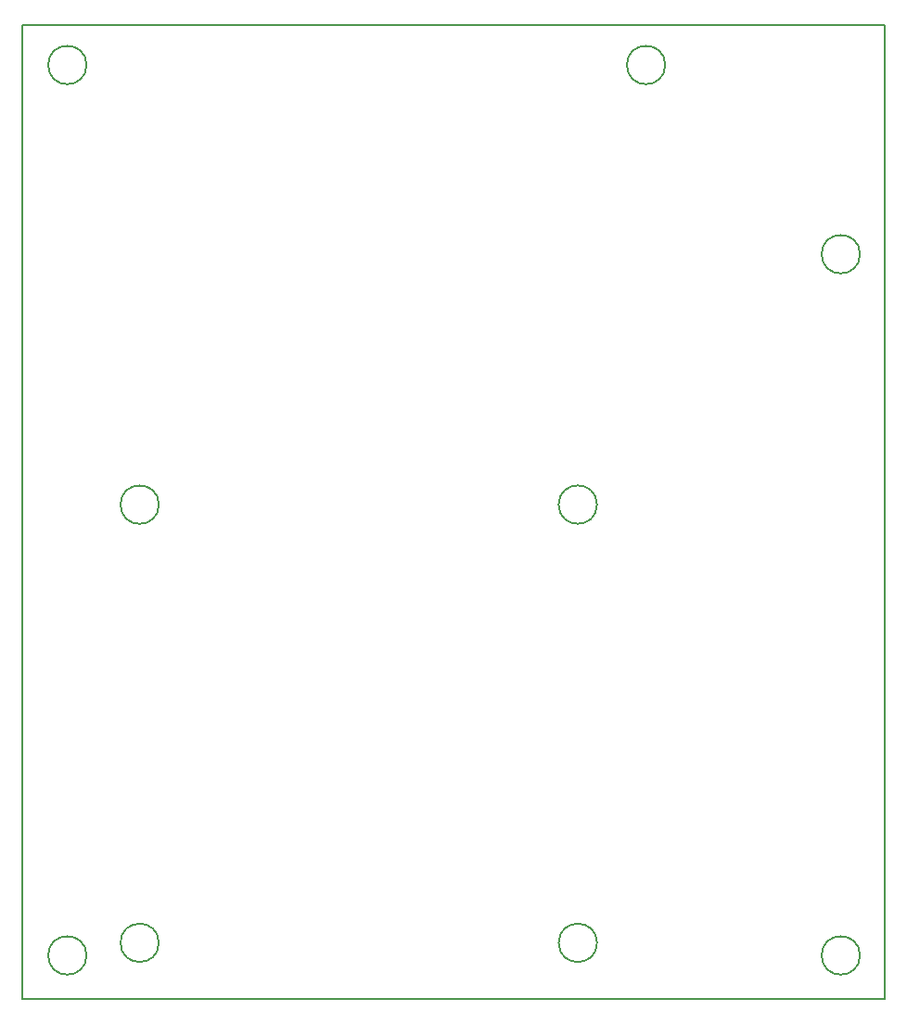
<source format=gm1>
G04 #@! TF.FileFunction,Profile,NP*
%FSLAX46Y46*%
G04 Gerber Fmt 4.6, Leading zero omitted, Abs format (unit mm)*
G04 Created by KiCad (PCBNEW 4.0.7+dfsg1-1~bpo9+1) date Mon Mar  5 23:37:55 2018*
%MOMM*%
%LPD*%
G01*
G04 APERTURE LIST*
%ADD10C,0.100000*%
%ADD11C,0.150000*%
G04 APERTURE END LIST*
D10*
D11*
X126750000Y-78000000D02*
G75*
G03X126750000Y-78000000I-1750000J0D01*
G01*
X190758000Y-119148000D02*
G75*
G03X190758000Y-119148000I-1750000J0D01*
G01*
X120146000Y-119148000D02*
G75*
G03X120146000Y-119148000I-1750000J0D01*
G01*
X190758000Y-55140000D02*
G75*
G03X190758000Y-55140000I-1750000J0D01*
G01*
X172978000Y-37868000D02*
G75*
G03X172978000Y-37868000I-1750000J0D01*
G01*
X120146000Y-37868000D02*
G75*
G03X120146000Y-37868000I-1750000J0D01*
G01*
X166750000Y-78000000D02*
G75*
G03X166750000Y-78000000I-1750000J0D01*
G01*
X193038000Y-34208000D02*
X193038000Y-123108000D01*
X114298000Y-34208000D02*
X193038000Y-34208000D01*
X114298000Y-123108000D02*
X114298000Y-34208000D01*
X193038000Y-123108000D02*
X114298000Y-123108000D01*
X126750000Y-118000000D02*
G75*
G03X126750000Y-118000000I-1750000J0D01*
G01*
X166750000Y-118000000D02*
G75*
G03X166750000Y-118000000I-1750000J0D01*
G01*
M02*

</source>
